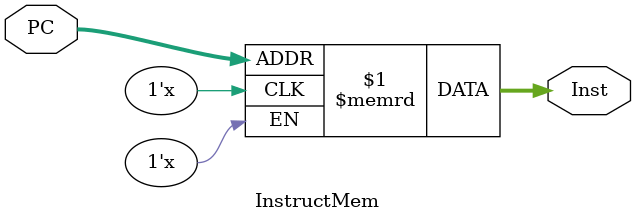
<source format=v>
module InstructMem(PC,Inst);
 input [31:0] PC;
 output [31:0] Inst;

 reg [31:0] regfile[511:0];//32 32-bit register

 assign Inst = regfile[PC]; //assigns output to instruction

endmodule 

</source>
